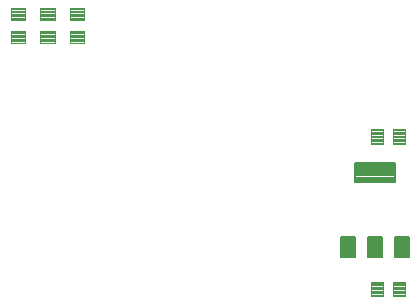
<source format=gtp>
G75*
%MOIN*%
%OFA0B0*%
%FSLAX25Y25*%
%IPPOS*%
%LPD*%
%AMOC8*
5,1,8,0,0,1.08239X$1,22.5*
%
%ADD10C,0.00452*%
%ADD11C,0.00531*%
%ADD12C,0.00709*%
D10*
X0063605Y0147602D02*
X0063605Y0151668D01*
X0063605Y0147602D02*
X0058751Y0147602D01*
X0058751Y0151668D01*
X0063605Y0151668D01*
X0063605Y0148053D02*
X0058751Y0148053D01*
X0058751Y0148504D02*
X0063605Y0148504D01*
X0063605Y0148955D02*
X0058751Y0148955D01*
X0058751Y0149406D02*
X0063605Y0149406D01*
X0063605Y0149857D02*
X0058751Y0149857D01*
X0058751Y0150308D02*
X0063605Y0150308D01*
X0063605Y0150759D02*
X0058751Y0150759D01*
X0058751Y0151210D02*
X0063605Y0151210D01*
X0063605Y0151661D02*
X0058751Y0151661D01*
X0063605Y0155082D02*
X0063605Y0159148D01*
X0063605Y0155082D02*
X0058751Y0155082D01*
X0058751Y0159148D01*
X0063605Y0159148D01*
X0063605Y0155533D02*
X0058751Y0155533D01*
X0058751Y0155984D02*
X0063605Y0155984D01*
X0063605Y0156435D02*
X0058751Y0156435D01*
X0058751Y0156886D02*
X0063605Y0156886D01*
X0063605Y0157337D02*
X0058751Y0157337D01*
X0058751Y0157788D02*
X0063605Y0157788D01*
X0063605Y0158239D02*
X0058751Y0158239D01*
X0058751Y0158690D02*
X0063605Y0158690D01*
X0063605Y0159141D02*
X0058751Y0159141D01*
X0073447Y0159148D02*
X0073447Y0155082D01*
X0068593Y0155082D01*
X0068593Y0159148D01*
X0073447Y0159148D01*
X0073447Y0155533D02*
X0068593Y0155533D01*
X0068593Y0155984D02*
X0073447Y0155984D01*
X0073447Y0156435D02*
X0068593Y0156435D01*
X0068593Y0156886D02*
X0073447Y0156886D01*
X0073447Y0157337D02*
X0068593Y0157337D01*
X0068593Y0157788D02*
X0073447Y0157788D01*
X0073447Y0158239D02*
X0068593Y0158239D01*
X0068593Y0158690D02*
X0073447Y0158690D01*
X0073447Y0159141D02*
X0068593Y0159141D01*
X0073447Y0151668D02*
X0073447Y0147602D01*
X0068593Y0147602D01*
X0068593Y0151668D01*
X0073447Y0151668D01*
X0073447Y0148053D02*
X0068593Y0148053D01*
X0068593Y0148504D02*
X0073447Y0148504D01*
X0073447Y0148955D02*
X0068593Y0148955D01*
X0068593Y0149406D02*
X0073447Y0149406D01*
X0073447Y0149857D02*
X0068593Y0149857D01*
X0068593Y0150308D02*
X0073447Y0150308D01*
X0073447Y0150759D02*
X0068593Y0150759D01*
X0068593Y0151210D02*
X0073447Y0151210D01*
X0073447Y0151661D02*
X0068593Y0151661D01*
X0083290Y0151668D02*
X0083290Y0147602D01*
X0078436Y0147602D01*
X0078436Y0151668D01*
X0083290Y0151668D01*
X0083290Y0148053D02*
X0078436Y0148053D01*
X0078436Y0148504D02*
X0083290Y0148504D01*
X0083290Y0148955D02*
X0078436Y0148955D01*
X0078436Y0149406D02*
X0083290Y0149406D01*
X0083290Y0149857D02*
X0078436Y0149857D01*
X0078436Y0150308D02*
X0083290Y0150308D01*
X0083290Y0150759D02*
X0078436Y0150759D01*
X0078436Y0151210D02*
X0083290Y0151210D01*
X0083290Y0151661D02*
X0078436Y0151661D01*
X0083290Y0155082D02*
X0083290Y0159148D01*
X0083290Y0155082D02*
X0078436Y0155082D01*
X0078436Y0159148D01*
X0083290Y0159148D01*
X0083290Y0155533D02*
X0078436Y0155533D01*
X0078436Y0155984D02*
X0083290Y0155984D01*
X0083290Y0156435D02*
X0078436Y0156435D01*
X0078436Y0156886D02*
X0083290Y0156886D01*
X0083290Y0157337D02*
X0078436Y0157337D01*
X0078436Y0157788D02*
X0083290Y0157788D01*
X0083290Y0158239D02*
X0078436Y0158239D01*
X0078436Y0158690D02*
X0083290Y0158690D01*
X0083290Y0159141D02*
X0078436Y0159141D01*
X0178790Y0113861D02*
X0182856Y0113861D01*
X0178790Y0113861D02*
X0178790Y0118715D01*
X0182856Y0118715D01*
X0182856Y0113861D01*
X0182856Y0114312D02*
X0178790Y0114312D01*
X0178790Y0114763D02*
X0182856Y0114763D01*
X0182856Y0115214D02*
X0178790Y0115214D01*
X0178790Y0115665D02*
X0182856Y0115665D01*
X0182856Y0116116D02*
X0178790Y0116116D01*
X0178790Y0116567D02*
X0182856Y0116567D01*
X0182856Y0117018D02*
X0178790Y0117018D01*
X0178790Y0117469D02*
X0182856Y0117469D01*
X0182856Y0117920D02*
X0178790Y0117920D01*
X0178790Y0118371D02*
X0182856Y0118371D01*
X0186271Y0113861D02*
X0190337Y0113861D01*
X0186271Y0113861D02*
X0186271Y0118715D01*
X0190337Y0118715D01*
X0190337Y0113861D01*
X0190337Y0114312D02*
X0186271Y0114312D01*
X0186271Y0114763D02*
X0190337Y0114763D01*
X0190337Y0115214D02*
X0186271Y0115214D01*
X0186271Y0115665D02*
X0190337Y0115665D01*
X0190337Y0116116D02*
X0186271Y0116116D01*
X0186271Y0116567D02*
X0190337Y0116567D01*
X0190337Y0117018D02*
X0186271Y0117018D01*
X0186271Y0117469D02*
X0190337Y0117469D01*
X0190337Y0117920D02*
X0186271Y0117920D01*
X0186271Y0118371D02*
X0190337Y0118371D01*
X0190337Y0068007D02*
X0186271Y0068007D01*
X0190337Y0068007D02*
X0190337Y0063153D01*
X0186271Y0063153D01*
X0186271Y0068007D01*
X0186271Y0063604D02*
X0190337Y0063604D01*
X0190337Y0064055D02*
X0186271Y0064055D01*
X0186271Y0064506D02*
X0190337Y0064506D01*
X0190337Y0064957D02*
X0186271Y0064957D01*
X0186271Y0065408D02*
X0190337Y0065408D01*
X0190337Y0065859D02*
X0186271Y0065859D01*
X0186271Y0066310D02*
X0190337Y0066310D01*
X0190337Y0066761D02*
X0186271Y0066761D01*
X0186271Y0067212D02*
X0190337Y0067212D01*
X0190337Y0067663D02*
X0186271Y0067663D01*
X0182856Y0068007D02*
X0178790Y0068007D01*
X0182856Y0068007D02*
X0182856Y0063153D01*
X0178790Y0063153D01*
X0178790Y0068007D01*
X0178790Y0063604D02*
X0182856Y0063604D01*
X0182856Y0064055D02*
X0178790Y0064055D01*
X0178790Y0064506D02*
X0182856Y0064506D01*
X0182856Y0064957D02*
X0178790Y0064957D01*
X0178790Y0065408D02*
X0182856Y0065408D01*
X0182856Y0065859D02*
X0178790Y0065859D01*
X0178790Y0066310D02*
X0182856Y0066310D01*
X0182856Y0066761D02*
X0178790Y0066761D01*
X0178790Y0067212D02*
X0182856Y0067212D01*
X0182856Y0067663D02*
X0178790Y0067663D01*
D11*
X0177766Y0076263D02*
X0182542Y0076263D01*
X0177766Y0076263D02*
X0177766Y0083007D01*
X0182542Y0083007D01*
X0182542Y0076263D01*
X0182542Y0076793D02*
X0177766Y0076793D01*
X0177766Y0077323D02*
X0182542Y0077323D01*
X0182542Y0077853D02*
X0177766Y0077853D01*
X0177766Y0078383D02*
X0182542Y0078383D01*
X0182542Y0078913D02*
X0177766Y0078913D01*
X0177766Y0079443D02*
X0182542Y0079443D01*
X0182542Y0079973D02*
X0177766Y0079973D01*
X0177766Y0080503D02*
X0182542Y0080503D01*
X0182542Y0081033D02*
X0177766Y0081033D01*
X0177766Y0081563D02*
X0182542Y0081563D01*
X0182542Y0082093D02*
X0177766Y0082093D01*
X0177766Y0082623D02*
X0182542Y0082623D01*
X0186821Y0076263D02*
X0191597Y0076263D01*
X0186821Y0076263D02*
X0186821Y0083007D01*
X0191597Y0083007D01*
X0191597Y0076263D01*
X0191597Y0076793D02*
X0186821Y0076793D01*
X0186821Y0077323D02*
X0191597Y0077323D01*
X0191597Y0077853D02*
X0186821Y0077853D01*
X0186821Y0078383D02*
X0191597Y0078383D01*
X0191597Y0078913D02*
X0186821Y0078913D01*
X0186821Y0079443D02*
X0191597Y0079443D01*
X0191597Y0079973D02*
X0186821Y0079973D01*
X0186821Y0080503D02*
X0191597Y0080503D01*
X0191597Y0081033D02*
X0186821Y0081033D01*
X0186821Y0081563D02*
X0191597Y0081563D01*
X0191597Y0082093D02*
X0186821Y0082093D01*
X0186821Y0082623D02*
X0191597Y0082623D01*
X0173487Y0076263D02*
X0168711Y0076263D01*
X0168711Y0083007D01*
X0173487Y0083007D01*
X0173487Y0076263D01*
X0173487Y0076793D02*
X0168711Y0076793D01*
X0168711Y0077323D02*
X0173487Y0077323D01*
X0173487Y0077853D02*
X0168711Y0077853D01*
X0168711Y0078383D02*
X0173487Y0078383D01*
X0173487Y0078913D02*
X0168711Y0078913D01*
X0168711Y0079443D02*
X0173487Y0079443D01*
X0173487Y0079973D02*
X0168711Y0079973D01*
X0168711Y0080503D02*
X0173487Y0080503D01*
X0173487Y0081033D02*
X0168711Y0081033D01*
X0168711Y0081563D02*
X0173487Y0081563D01*
X0173487Y0082093D02*
X0168711Y0082093D01*
X0168711Y0082623D02*
X0173487Y0082623D01*
D12*
X0173422Y0101249D02*
X0186886Y0101249D01*
X0173422Y0101249D02*
X0173422Y0107627D01*
X0186886Y0107627D01*
X0186886Y0101249D01*
X0186886Y0101957D02*
X0173422Y0101957D01*
X0173422Y0102665D02*
X0186886Y0102665D01*
X0186886Y0103373D02*
X0173422Y0103373D01*
X0173422Y0104081D02*
X0186886Y0104081D01*
X0186886Y0104789D02*
X0173422Y0104789D01*
X0173422Y0105497D02*
X0186886Y0105497D01*
X0186886Y0106205D02*
X0173422Y0106205D01*
X0173422Y0106913D02*
X0186886Y0106913D01*
X0186886Y0107621D02*
X0173422Y0107621D01*
M02*

</source>
